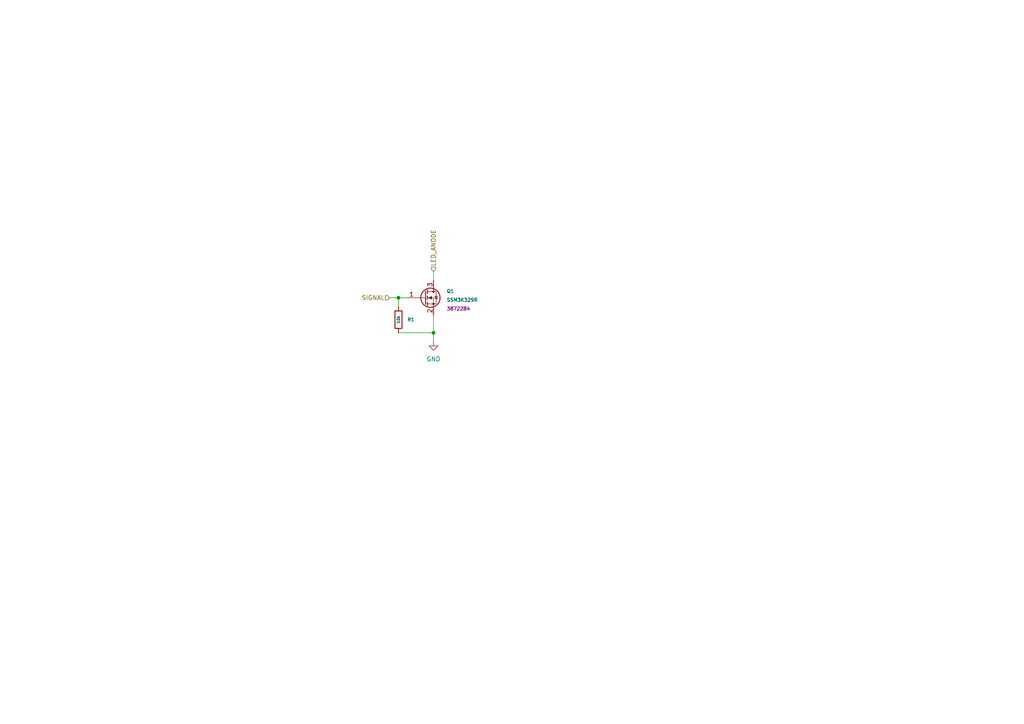
<source format=kicad_sch>
(kicad_sch (version 20211123) (generator eeschema)
  (paper "A4")
  (lib_symbols
    (symbol "Device:R" (pin_numbers hide) (pin_names (offset 0))
      (property "Reference" "R" (at 2.032 0 90))
      (property "Value" "R" (at 0 0 90))
      (symbol "R_0_1"
        (rectangle (start -1.016 -2.54) (end 1.016 2.54) (stroke (width 0.254)))
      )
      (symbol "R_1_1"
        (pin passive line (at 0 3.81 270) (length 1.27) (name "~") (number "1"))
        (pin passive line (at 0 -3.81 90) (length 1.27) (name "~") (number "2"))
      )
    )
    (symbol "Transistor_FET:BSS138" (pin_names hide)
      (property "Reference" "Q" (at 5.08 1.905 0))
      (property "Value" "BSS138" (at 5.08 0 0))
      (symbol "BSS138_0_1"
        (polyline (pts (xy 0.254 0) (xy -2.54 0)))
        (polyline (pts (xy 0.254 1.905) (xy 0.254 -1.905)) (stroke (width 0.254)))
        (polyline (pts (xy 0.762 -1.27) (xy 0.762 -2.286)) (stroke (width 0.254)))
        (polyline (pts (xy 0.762 0.508) (xy 0.762 -0.508)) (stroke (width 0.254)))
        (polyline (pts (xy 0.762 2.286) (xy 0.762 1.27)) (stroke (width 0.254)))
        (polyline (pts (xy 2.54 2.54) (xy 2.54 1.778)))
        (polyline (pts (xy 2.54 -2.54) (xy 2.54 0) (xy 0.762 0)))
        (polyline (pts (xy 0.762 -1.778) (xy 3.302 -1.778) (xy 3.302 1.778) (xy 0.762 1.778)))
        (polyline (pts (xy 1.016 0) (xy 2.032 0.381) (xy 2.032 -0.381) (xy 1.016 0)) (fill (type outline)))
        (polyline (pts (xy 2.794 0.508) (xy 2.921 0.381) (xy 3.683 0.381) (xy 3.81 0.254)))
        (polyline (pts (xy 3.302 0.381) (xy 2.921 -0.254) (xy 3.683 -0.254) (xy 3.302 0.381)))
        (circle (center 1.651 0) (radius 2.794) (stroke (width 0.254)))
        (circle (center 2.54 -1.778) (radius 0.254) (fill (type outline)))
        (circle (center 2.54 1.778) (radius 0.254) (fill (type outline)))
      )
      (symbol "BSS138_1_1"
        (pin input line (at -5.08 0 0) (length 2.54) (name "G") (number "1"))
        (pin passive line (at 2.54 -5.08 90) (length 2.54) (name "S") (number "2"))
        (pin passive line (at 2.54 5.08 270) (length 2.54) (name "D") (number "3"))
      )
    )
    (symbol "power:GND" (power) (pin_names (offset 0))
      (property "Value" "GND" (at 0 -3.81 0))
      (symbol "GND_0_1"
        (polyline (pts (xy 0 0) (xy 0 -1.27) (xy 1.27 -1.27) (xy 0 -2.54) (xy -1.27 -1.27) (xy 0 -1.27)))
      )
      (symbol "GND_1_1"
        (pin power_in line (at 0 0 270) (length 0) hide (name "GND") (number "1"))
      )
    )
  )
  (junction (at 125.73 96.52))
  (junction (at 115.57 86.36))
  (wire (pts (xy 115.57 86.36) (xy 115.57 88.9)))
  (wire (pts (xy 115.57 96.52) (xy 125.73 96.52)))
  (wire (pts (xy 115.57 86.36) (xy 118.11 86.36)))
  (wire (pts (xy 113.03 86.36) (xy 115.57 86.36)))
  (wire (pts (xy 125.73 91.44) (xy 125.73 96.52)))
  (wire (pts (xy 125.73 78.74) (xy 125.73 81.28)))
  (wire (pts (xy 125.73 96.52) (xy 125.73 99.06)))
  (hierarchical_label "LED_ANODE" (shape input) (at 125.73 78.74 90))
  (hierarchical_label "SIGNAL" (shape input) (at 113.03 86.36 180))
  (symbol (lib_id "power:GND") (at 125.73 99.06 0) (unit 1)
    (property "Reference" "#PWR0111" (effects hide))
    (property "Value" "GND" (at 125.73 104.14 0))
  )
  (symbol (lib_id "Transistor_FET:BSS138") (at 123.19 86.36 0) (unit 1)
    (property "Reference" "Q1" (at 129.54 84.455 0) (effects (font (size 1 1)) (justify left)))
    (property "Value" "SSM3K329R" (at 129.54 86.995 0) (effects (font (size 1 1)) (justify left)))
    (property "Footprint" "Package_TO_SOT_SMD:SOT-23" (effects hide))
    (property "Datasheet" "https://fr.farnell.com/3872284" (effects hide))
    (property "Farnell" "3872284" (at 129.54 89.535 0) (effects (font (size 1 1)) (justify left)))
  )
  (symbol (lib_id "Device:R") (at 115.57 92.71 0) (unit 1)
    (property "Reference" "R1" (at 118.11 92.71 0) (effects (font (size 1 1)) (justify left)))
    (property "Value" "10k" (at 115.57 92.71 90) (effects (font (size 0.8 0.8))))
    (property "Footprint" "Resistor_SMD:R_0603_1608Metric" (effects hide))
  )
)
</source>
